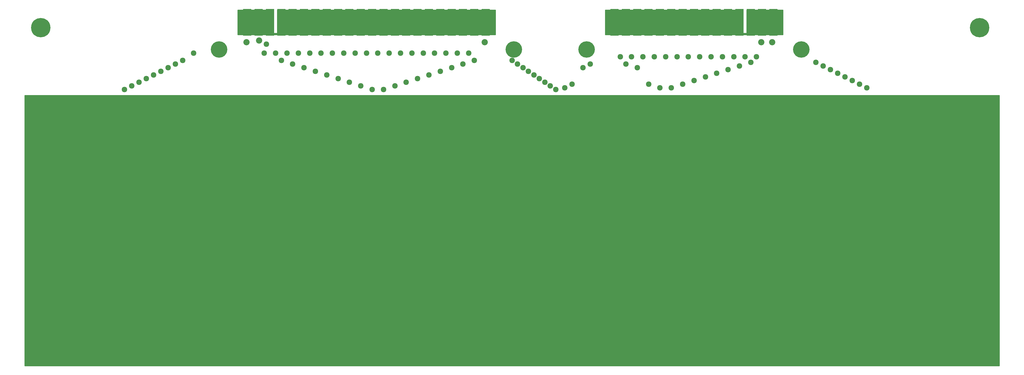
<source format=gbr>
G04 #@! TF.GenerationSoftware,KiCad,Pcbnew,(5.1.5)-3*
G04 #@! TF.CreationDate,2021-05-23T22:41:45-06:00*
G04 #@! TF.ProjectId,Star_wars_EMI,53746172-5f77-4617-9273-5f454d492e6b,rev?*
G04 #@! TF.SameCoordinates,Original*
G04 #@! TF.FileFunction,Soldermask,Top*
G04 #@! TF.FilePolarity,Negative*
%FSLAX46Y46*%
G04 Gerber Fmt 4.6, Leading zero omitted, Abs format (unit mm)*
G04 Created by KiCad (PCBNEW (5.1.5)-3) date 2021-05-23 22:41:45*
%MOMM*%
%LPD*%
G04 APERTURE LIST*
%ADD10C,4.210000*%
%ADD11C,2.940000*%
%ADD12C,1.924000*%
%ADD13R,2.940000X9.290000*%
%ADD14C,2.305000*%
%ADD15C,2.178000*%
%ADD16C,6.750000*%
%ADD17C,4.718000*%
%ADD18C,5.734000*%
%ADD19C,0.254000*%
G04 APERTURE END LIST*
D10*
X291287200Y-132080000D03*
D11*
X242112800Y-134620000D03*
X246075200Y-134620000D03*
X254000000Y-134620000D03*
X250037600Y-134620000D03*
X234188000Y-134620000D03*
X238150400Y-134620000D03*
X230225600Y-134620000D03*
X226263200Y-134620000D03*
X257962400Y-134620000D03*
X261924800Y-134620000D03*
X269849600Y-134620000D03*
X265887200Y-134620000D03*
X281736800Y-134620000D03*
X277774400Y-134620000D03*
X273812000Y-134620000D03*
X273812000Y-129540000D03*
X277774400Y-129540000D03*
X281736800Y-129540000D03*
X265887200Y-129540000D03*
X269849600Y-129540000D03*
X261924800Y-129540000D03*
X257962400Y-129540000D03*
X226263200Y-129540000D03*
X230225600Y-129540000D03*
X238150400Y-129540000D03*
X234188000Y-129540000D03*
X250037600Y-129540000D03*
X254000000Y-129540000D03*
X246075200Y-129540000D03*
X242112800Y-129540000D03*
D10*
X216712800Y-132080000D03*
D11*
X141681200Y-121920000D03*
X145643600Y-121920000D03*
X149606000Y-121920000D03*
X133756400Y-121920000D03*
X137718800Y-121920000D03*
X129794000Y-121920000D03*
X125831600Y-121920000D03*
X125831600Y-116840000D03*
X129794000Y-116840000D03*
X137718800Y-116840000D03*
X133756400Y-116840000D03*
X149606000Y-116840000D03*
X145643600Y-116840000D03*
X141681200Y-116840000D03*
D10*
X190855600Y-119380000D03*
D11*
X113944400Y-116840000D03*
X117906800Y-116840000D03*
X153568400Y-116840000D03*
X121869200Y-116840000D03*
X106019600Y-116840000D03*
X109982000Y-116840000D03*
X102057200Y-116840000D03*
X98094800Y-116840000D03*
X157530800Y-116840000D03*
X161493200Y-116840000D03*
X169418000Y-116840000D03*
X165455600Y-116840000D03*
X181305200Y-116840000D03*
X177342800Y-116840000D03*
X173380400Y-116840000D03*
X173380400Y-121920000D03*
X177342800Y-121920000D03*
X181305200Y-121920000D03*
X165455600Y-121920000D03*
X169418000Y-121920000D03*
X161493200Y-121920000D03*
X157530800Y-121920000D03*
X98094800Y-121920000D03*
X102057200Y-121920000D03*
X109982000Y-121920000D03*
X106019600Y-121920000D03*
X121869200Y-121920000D03*
X153568400Y-121920000D03*
X117906800Y-121920000D03*
X113944400Y-121920000D03*
D10*
X88544400Y-119380000D03*
D12*
X73025000Y-53975000D03*
D13*
X226263200Y-39370000D03*
X230225600Y-39370000D03*
X234188000Y-39370000D03*
X238150400Y-39370000D03*
X242112800Y-39370000D03*
X246075200Y-39370000D03*
X250037600Y-39370000D03*
X254000000Y-39370000D03*
X257962400Y-39370000D03*
X261924800Y-39370000D03*
X265887200Y-39370000D03*
X269849600Y-39370000D03*
X273812000Y-39370000D03*
X277774400Y-39370000D03*
X281736800Y-39370000D03*
X281736800Y-39370000D03*
X277774400Y-39370000D03*
X273812000Y-39370000D03*
X269849600Y-39370000D03*
X265887200Y-39370000D03*
X261924800Y-39370000D03*
X257962400Y-39370000D03*
X254000000Y-39370000D03*
X250037600Y-39370000D03*
X246075200Y-39370000D03*
X242112800Y-39370000D03*
X238150400Y-39370000D03*
X234188000Y-39370000D03*
X230225600Y-39370000D03*
X226263200Y-39370000D03*
X121869200Y-39370000D03*
X117906800Y-39370000D03*
X113944400Y-39370000D03*
X109982000Y-39370000D03*
X106019600Y-39370000D03*
X102057200Y-39370000D03*
X98094800Y-39370000D03*
X98094800Y-39370000D03*
X102057200Y-39370000D03*
X106019600Y-39370000D03*
X109982000Y-39370000D03*
X113944400Y-39370000D03*
X117906800Y-39370000D03*
X121869200Y-39370000D03*
X181305200Y-39370000D03*
X177342800Y-39370000D03*
X173380400Y-39370000D03*
X169418000Y-39370000D03*
X165455600Y-39370000D03*
X161493200Y-39370000D03*
X157530800Y-39370000D03*
X153568400Y-39370000D03*
X149606000Y-39370000D03*
X145643600Y-39370000D03*
X141681200Y-39370000D03*
X137718800Y-39370000D03*
X133756400Y-39370000D03*
X129794000Y-39370000D03*
X125831600Y-39370000D03*
X125831600Y-39370000D03*
X129794000Y-39370000D03*
X133756400Y-39370000D03*
X137718800Y-39370000D03*
X141681200Y-39370000D03*
X145643600Y-39370000D03*
X149606000Y-39370000D03*
X153568400Y-39370000D03*
X157530800Y-39370000D03*
X161493200Y-39370000D03*
X165455600Y-39370000D03*
X169418000Y-39370000D03*
X173380400Y-39370000D03*
X177342800Y-39370000D03*
X181305200Y-39370000D03*
D14*
X86360000Y-111125000D03*
X86360000Y-99695000D03*
X91440000Y-111125000D03*
X91440000Y-99695000D03*
X96520000Y-111125000D03*
X96520000Y-99695000D03*
X101600000Y-111125000D03*
X101600000Y-99695000D03*
X106680000Y-111125000D03*
X106680000Y-99695000D03*
X111760000Y-111125000D03*
X111760000Y-99695000D03*
X116840000Y-111125000D03*
X116840000Y-99695000D03*
X121920000Y-111125000D03*
X121920000Y-99695000D03*
X127000000Y-111125000D03*
X127000000Y-99695000D03*
X132080000Y-111125000D03*
X132080000Y-99695000D03*
X137160000Y-111125000D03*
X137160000Y-99695000D03*
X142240000Y-111125000D03*
X142240000Y-99695000D03*
X147320000Y-111125000D03*
X147320000Y-99695000D03*
X152400000Y-111125000D03*
X152400000Y-99695000D03*
X157480000Y-111125000D03*
X157480000Y-99695000D03*
X162560000Y-111125000D03*
X162560000Y-99695000D03*
X167640000Y-111125000D03*
X167640000Y-99695000D03*
X172720000Y-111125000D03*
X172720000Y-99695000D03*
X177800000Y-111125000D03*
X177800000Y-99695000D03*
X182880000Y-111125000D03*
X182880000Y-99695000D03*
X187960000Y-111125000D03*
X187960000Y-99695000D03*
X96520000Y-127635000D03*
X96520000Y-139065000D03*
X101600000Y-127635000D03*
X101600000Y-139065000D03*
X106680000Y-127635000D03*
X106680000Y-139065000D03*
X111760000Y-127635000D03*
X111760000Y-139065000D03*
X116840000Y-127635000D03*
X116840000Y-139065000D03*
X121920000Y-127635000D03*
X121920000Y-139065000D03*
X127000000Y-127635000D03*
X127000000Y-139065000D03*
X132080000Y-127635000D03*
X132080000Y-139065000D03*
X137160000Y-127635000D03*
X137160000Y-139065000D03*
X142240000Y-127635000D03*
X142240000Y-139065000D03*
X147320000Y-127635000D03*
X147320000Y-139065000D03*
X152400000Y-127635000D03*
X152400000Y-139065000D03*
X157480000Y-127635000D03*
X157480000Y-139065000D03*
X162560000Y-127635000D03*
X162560000Y-139065000D03*
X167640000Y-127635000D03*
X167640000Y-139065000D03*
X172720000Y-127635000D03*
X172720000Y-139065000D03*
X177800000Y-127635000D03*
X177800000Y-139065000D03*
X182880000Y-127635000D03*
X182880000Y-139065000D03*
X187960000Y-127635000D03*
X187960000Y-139065000D03*
X219075000Y-123825000D03*
X219075000Y-112395000D03*
X224155000Y-123825000D03*
X224155000Y-112395000D03*
X229235000Y-123825000D03*
X229235000Y-112395000D03*
X234315000Y-123825000D03*
X234315000Y-112395000D03*
X239395000Y-123825000D03*
X239395000Y-112395000D03*
X244475000Y-123825000D03*
X244475000Y-112395000D03*
X249555000Y-123825000D03*
X249555000Y-112395000D03*
X254635000Y-123825000D03*
X254635000Y-112395000D03*
X259715000Y-123825000D03*
X259715000Y-112395000D03*
X264795000Y-123825000D03*
X264795000Y-112395000D03*
X269875000Y-123825000D03*
X269875000Y-112395000D03*
X274955000Y-123825000D03*
X274955000Y-112395000D03*
X280035000Y-123825000D03*
X280035000Y-112395000D03*
X285115000Y-123825000D03*
X285115000Y-112395000D03*
X290195000Y-123825000D03*
X290195000Y-112395000D03*
X216535000Y-140335000D03*
X216535000Y-151765000D03*
X221615000Y-140335000D03*
X221615000Y-151765000D03*
X226695000Y-140335000D03*
X226695000Y-151765000D03*
X231775000Y-140335000D03*
X231775000Y-151765000D03*
X236855000Y-140335000D03*
X236855000Y-151765000D03*
X252095000Y-140335000D03*
X252095000Y-151765000D03*
X257175000Y-140335000D03*
X257175000Y-151765000D03*
X262255000Y-140335000D03*
X262255000Y-151765000D03*
X267335000Y-140335000D03*
X267335000Y-151765000D03*
X272415000Y-140335000D03*
X272415000Y-151765000D03*
X277495000Y-140335000D03*
X277495000Y-151765000D03*
X282575000Y-140335000D03*
X282575000Y-151765000D03*
X287655000Y-140335000D03*
X287655000Y-151765000D03*
D12*
X104038400Y-50165000D03*
X108000800Y-50165000D03*
X111963200Y-50165000D03*
X115925600Y-50165000D03*
X119888000Y-50165000D03*
X123850400Y-50165000D03*
X127812800Y-50165000D03*
X131775200Y-50165000D03*
X135737600Y-50165000D03*
X139700000Y-50165000D03*
X143662400Y-50165000D03*
X147624800Y-50165000D03*
X151587200Y-50165000D03*
X155549600Y-50165000D03*
X159512000Y-50165000D03*
X163474400Y-50165000D03*
X167436800Y-50165000D03*
X171399200Y-50165000D03*
X175361600Y-50165000D03*
X109982000Y-52705000D03*
X113944400Y-53975000D03*
X117906800Y-55245000D03*
X121869200Y-56515000D03*
X125831600Y-57785000D03*
X129794000Y-59055000D03*
X133756400Y-60325000D03*
X137718800Y-61595000D03*
X141681200Y-62865000D03*
X145643600Y-62865000D03*
X149606000Y-61595000D03*
X153568400Y-60325000D03*
X157530800Y-59055000D03*
X161493200Y-57785000D03*
X165455600Y-56515000D03*
X169418000Y-55245000D03*
X173380400Y-53975000D03*
X177342800Y-52705000D03*
X75565000Y-52705000D03*
X70485000Y-55245000D03*
X67945000Y-56515000D03*
X65405000Y-57785000D03*
X62865000Y-59055000D03*
X60325000Y-60325000D03*
X57785000Y-61595000D03*
X55245000Y-62865000D03*
X190500000Y-52705000D03*
X192405000Y-53975000D03*
X194310000Y-55245000D03*
X196215000Y-56515000D03*
X198120000Y-57785000D03*
X200025000Y-59055000D03*
X201930000Y-60325000D03*
X203835000Y-61595000D03*
X205740000Y-62865000D03*
D15*
X97790000Y-46355000D03*
X102235000Y-45720000D03*
D12*
X104775000Y-46990000D03*
D16*
X26035000Y-41275000D03*
X26035000Y-70485000D03*
X135890000Y-70485000D03*
X245110000Y-70485000D03*
X353695000Y-70485000D03*
X353695000Y-41275000D03*
X353695000Y-153035000D03*
X26035000Y-153035000D03*
D12*
X79375000Y-50165000D03*
D15*
X180975000Y-46355000D03*
D12*
X208915000Y-62230000D03*
X211455000Y-60960000D03*
X228269800Y-51435000D03*
X232232200Y-51435000D03*
X236194600Y-51435000D03*
X240157000Y-51435000D03*
X244119400Y-51435000D03*
X248081800Y-51435000D03*
X252044200Y-51435000D03*
X256006600Y-51435000D03*
X259969000Y-51435000D03*
X263931400Y-51435000D03*
X267893800Y-51435000D03*
X271856200Y-51435000D03*
X275818600Y-51435000D03*
X273837400Y-53340000D03*
X269875000Y-54610000D03*
X265912600Y-55880000D03*
X261950200Y-57150000D03*
X257987800Y-58420000D03*
X254025400Y-59690000D03*
X250063000Y-60960000D03*
X246100600Y-62230000D03*
X242138200Y-62230000D03*
X238175800Y-60960000D03*
X234213400Y-55245000D03*
X230251000Y-53975000D03*
X296545000Y-53340000D03*
X299085000Y-54610000D03*
X301625000Y-55880000D03*
X304165000Y-57150000D03*
X306705000Y-58420000D03*
X309245000Y-59690000D03*
X311785000Y-60960000D03*
X314325000Y-62230000D03*
X215265000Y-55245000D03*
X217805000Y-53975000D03*
D15*
X292735000Y-79375000D03*
X277495000Y-46355000D03*
X281305000Y-46355000D03*
D17*
X48895000Y-125730000D03*
X330835000Y-125730000D03*
D18*
X88265000Y-48895000D03*
X291465000Y-48895000D03*
X191135000Y-48895000D03*
X216535000Y-48895000D03*
D15*
X81915000Y-92710000D03*
D19*
G36*
X107315000Y-43180000D02*
G01*
X108585000Y-43180000D01*
X108585000Y-35052000D01*
X184658000Y-35052000D01*
X184658000Y-43688000D01*
X94742000Y-43688000D01*
X94742000Y-35052000D01*
X107315000Y-35052000D01*
X107315000Y-43180000D01*
G37*
X107315000Y-43180000D02*
X108585000Y-43180000D01*
X108585000Y-35052000D01*
X184658000Y-35052000D01*
X184658000Y-43688000D01*
X94742000Y-43688000D01*
X94742000Y-35052000D01*
X107315000Y-35052000D01*
X107315000Y-43180000D01*
G36*
X271145000Y-43180000D02*
G01*
X272415000Y-43180000D01*
X272415000Y-35052000D01*
X284988000Y-35052000D01*
X284988000Y-43688000D01*
X223012000Y-43688000D01*
X223012000Y-35052000D01*
X271145000Y-35052000D01*
X271145000Y-43180000D01*
G37*
X271145000Y-43180000D02*
X272415000Y-43180000D01*
X272415000Y-35052000D01*
X284988000Y-35052000D01*
X284988000Y-43688000D01*
X223012000Y-43688000D01*
X223012000Y-35052000D01*
X271145000Y-35052000D01*
X271145000Y-43180000D01*
G36*
X360553000Y-159258000D02*
G01*
X20447000Y-159258000D01*
X20447000Y-64897000D01*
X360553000Y-64897000D01*
X360553000Y-159258000D01*
G37*
X360553000Y-159258000D02*
X20447000Y-159258000D01*
X20447000Y-64897000D01*
X360553000Y-64897000D01*
X360553000Y-159258000D01*
M02*

</source>
